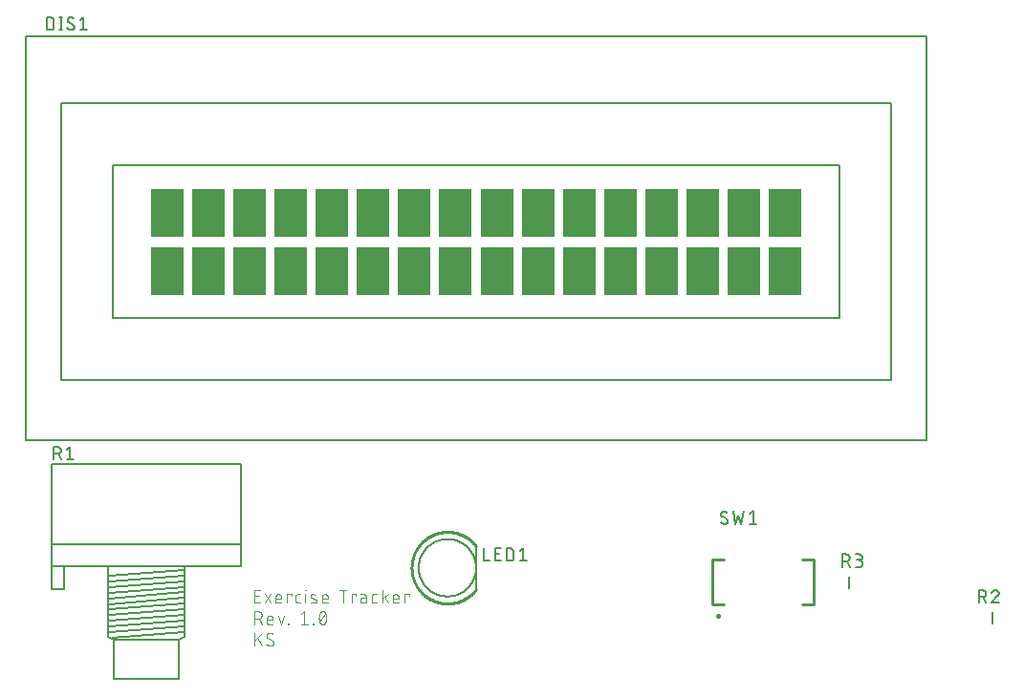
<source format=gbr>
G04 EAGLE Gerber RS-274X export*
G75*
%MOMM*%
%FSLAX34Y34*%
%LPD*%
%INSilkscreen Top*%
%IPPOS*%
%AMOC8*
5,1,8,0,0,1.08239X$1,22.5*%
G01*
%ADD10C,0.101600*%
%ADD11C,0.203200*%
%ADD12R,2.950000X4.350000*%
%ADD13C,0.152400*%
%ADD14C,0.254000*%
%ADD15C,0.127000*%


D10*
X291451Y83058D02*
X286258Y83058D01*
X286258Y94742D01*
X291451Y94742D01*
X290153Y89549D02*
X286258Y89549D01*
X295267Y83058D02*
X300459Y90847D01*
X295267Y90847D02*
X300459Y83058D01*
X306739Y83058D02*
X309984Y83058D01*
X306739Y83058D02*
X306652Y83060D01*
X306564Y83066D01*
X306478Y83076D01*
X306391Y83089D01*
X306306Y83107D01*
X306221Y83128D01*
X306137Y83153D01*
X306055Y83182D01*
X305974Y83215D01*
X305894Y83251D01*
X305816Y83290D01*
X305740Y83334D01*
X305666Y83380D01*
X305595Y83430D01*
X305525Y83483D01*
X305458Y83539D01*
X305394Y83598D01*
X305332Y83660D01*
X305273Y83724D01*
X305217Y83791D01*
X305164Y83861D01*
X305114Y83932D01*
X305068Y84006D01*
X305024Y84082D01*
X304985Y84160D01*
X304949Y84240D01*
X304916Y84321D01*
X304887Y84403D01*
X304862Y84487D01*
X304841Y84572D01*
X304823Y84657D01*
X304810Y84744D01*
X304800Y84830D01*
X304794Y84918D01*
X304792Y85005D01*
X304792Y88251D01*
X304794Y88352D01*
X304800Y88452D01*
X304810Y88552D01*
X304823Y88652D01*
X304841Y88751D01*
X304862Y88850D01*
X304887Y88947D01*
X304916Y89044D01*
X304949Y89139D01*
X304985Y89233D01*
X305025Y89325D01*
X305068Y89416D01*
X305115Y89505D01*
X305165Y89592D01*
X305219Y89678D01*
X305276Y89761D01*
X305336Y89841D01*
X305399Y89920D01*
X305466Y89996D01*
X305535Y90069D01*
X305607Y90139D01*
X305681Y90207D01*
X305758Y90272D01*
X305838Y90333D01*
X305920Y90392D01*
X306004Y90447D01*
X306090Y90499D01*
X306178Y90548D01*
X306268Y90593D01*
X306360Y90635D01*
X306453Y90673D01*
X306548Y90707D01*
X306643Y90738D01*
X306740Y90765D01*
X306838Y90788D01*
X306937Y90808D01*
X307037Y90823D01*
X307137Y90835D01*
X307237Y90843D01*
X307338Y90847D01*
X307438Y90847D01*
X307539Y90843D01*
X307639Y90835D01*
X307739Y90823D01*
X307839Y90808D01*
X307938Y90788D01*
X308036Y90765D01*
X308133Y90738D01*
X308228Y90707D01*
X308323Y90673D01*
X308416Y90635D01*
X308508Y90593D01*
X308598Y90548D01*
X308686Y90499D01*
X308772Y90447D01*
X308856Y90392D01*
X308938Y90333D01*
X309018Y90272D01*
X309095Y90207D01*
X309169Y90139D01*
X309241Y90069D01*
X309310Y89996D01*
X309377Y89920D01*
X309440Y89841D01*
X309500Y89761D01*
X309557Y89678D01*
X309611Y89592D01*
X309661Y89505D01*
X309708Y89416D01*
X309751Y89325D01*
X309791Y89233D01*
X309827Y89139D01*
X309860Y89044D01*
X309889Y88947D01*
X309914Y88850D01*
X309935Y88751D01*
X309953Y88652D01*
X309966Y88552D01*
X309976Y88452D01*
X309982Y88352D01*
X309984Y88251D01*
X309984Y86953D01*
X304792Y86953D01*
X315145Y83058D02*
X315145Y90847D01*
X319040Y90847D01*
X319040Y89549D01*
X324659Y83058D02*
X327256Y83058D01*
X324659Y83058D02*
X324572Y83060D01*
X324484Y83066D01*
X324398Y83076D01*
X324311Y83089D01*
X324226Y83107D01*
X324141Y83128D01*
X324057Y83153D01*
X323975Y83182D01*
X323894Y83215D01*
X323814Y83251D01*
X323736Y83290D01*
X323660Y83334D01*
X323586Y83380D01*
X323515Y83430D01*
X323445Y83483D01*
X323378Y83539D01*
X323314Y83598D01*
X323252Y83660D01*
X323193Y83724D01*
X323137Y83791D01*
X323084Y83861D01*
X323034Y83932D01*
X322988Y84006D01*
X322944Y84082D01*
X322905Y84160D01*
X322869Y84240D01*
X322836Y84321D01*
X322807Y84403D01*
X322782Y84487D01*
X322761Y84572D01*
X322743Y84657D01*
X322730Y84744D01*
X322720Y84830D01*
X322714Y84918D01*
X322712Y85005D01*
X322712Y88900D01*
X322714Y88987D01*
X322720Y89075D01*
X322730Y89161D01*
X322743Y89248D01*
X322761Y89333D01*
X322782Y89418D01*
X322807Y89502D01*
X322836Y89584D01*
X322869Y89665D01*
X322905Y89745D01*
X322944Y89823D01*
X322988Y89899D01*
X323034Y89973D01*
X323084Y90044D01*
X323137Y90114D01*
X323193Y90181D01*
X323252Y90245D01*
X323314Y90307D01*
X323378Y90366D01*
X323445Y90422D01*
X323515Y90475D01*
X323586Y90525D01*
X323660Y90571D01*
X323736Y90615D01*
X323814Y90654D01*
X323894Y90690D01*
X323975Y90723D01*
X324057Y90752D01*
X324141Y90777D01*
X324226Y90798D01*
X324311Y90816D01*
X324398Y90829D01*
X324484Y90839D01*
X324572Y90845D01*
X324659Y90847D01*
X327256Y90847D01*
X331391Y90847D02*
X331391Y83058D01*
X331066Y94093D02*
X331066Y94742D01*
X331715Y94742D01*
X331715Y94093D01*
X331066Y94093D01*
X337007Y87602D02*
X340253Y86304D01*
X337007Y87601D02*
X336932Y87634D01*
X336858Y87670D01*
X336786Y87709D01*
X336716Y87752D01*
X336649Y87798D01*
X336583Y87848D01*
X336521Y87900D01*
X336460Y87956D01*
X336403Y88014D01*
X336348Y88075D01*
X336297Y88139D01*
X336249Y88205D01*
X336204Y88274D01*
X336162Y88344D01*
X336124Y88417D01*
X336089Y88491D01*
X336058Y88567D01*
X336031Y88644D01*
X336008Y88723D01*
X335988Y88802D01*
X335973Y88883D01*
X335961Y88964D01*
X335953Y89046D01*
X335949Y89127D01*
X335950Y89209D01*
X335954Y89291D01*
X335962Y89373D01*
X335974Y89454D01*
X335990Y89534D01*
X336010Y89614D01*
X336034Y89692D01*
X336062Y89769D01*
X336093Y89845D01*
X336128Y89919D01*
X336166Y89991D01*
X336208Y90062D01*
X336254Y90130D01*
X336302Y90196D01*
X336354Y90259D01*
X336409Y90320D01*
X336467Y90378D01*
X336527Y90434D01*
X336590Y90486D01*
X336656Y90535D01*
X336724Y90581D01*
X336794Y90623D01*
X336866Y90663D01*
X336940Y90698D01*
X337015Y90730D01*
X337092Y90758D01*
X337170Y90782D01*
X337250Y90803D01*
X337330Y90820D01*
X337411Y90832D01*
X337492Y90841D01*
X337574Y90846D01*
X337656Y90847D01*
X337833Y90843D01*
X338010Y90834D01*
X338187Y90820D01*
X338364Y90803D01*
X338539Y90781D01*
X338715Y90756D01*
X338889Y90725D01*
X339063Y90691D01*
X339236Y90653D01*
X339408Y90610D01*
X339579Y90563D01*
X339749Y90513D01*
X339918Y90458D01*
X340085Y90399D01*
X340250Y90336D01*
X340415Y90269D01*
X340577Y90198D01*
X340253Y86304D02*
X340328Y86271D01*
X340402Y86235D01*
X340474Y86196D01*
X340544Y86153D01*
X340611Y86107D01*
X340677Y86057D01*
X340739Y86005D01*
X340800Y85949D01*
X340857Y85891D01*
X340912Y85830D01*
X340963Y85766D01*
X341011Y85700D01*
X341056Y85631D01*
X341098Y85561D01*
X341136Y85488D01*
X341171Y85414D01*
X341202Y85338D01*
X341229Y85261D01*
X341252Y85182D01*
X341272Y85103D01*
X341287Y85022D01*
X341299Y84941D01*
X341307Y84859D01*
X341311Y84778D01*
X341310Y84696D01*
X341306Y84614D01*
X341298Y84532D01*
X341286Y84451D01*
X341270Y84371D01*
X341250Y84291D01*
X341226Y84213D01*
X341198Y84136D01*
X341167Y84060D01*
X341132Y83986D01*
X341094Y83914D01*
X341052Y83843D01*
X341006Y83775D01*
X340958Y83709D01*
X340906Y83646D01*
X340851Y83585D01*
X340793Y83527D01*
X340733Y83471D01*
X340670Y83419D01*
X340604Y83370D01*
X340536Y83324D01*
X340466Y83282D01*
X340394Y83242D01*
X340320Y83207D01*
X340245Y83175D01*
X340168Y83147D01*
X340090Y83123D01*
X340010Y83102D01*
X339930Y83085D01*
X339849Y83073D01*
X339768Y83064D01*
X339686Y83059D01*
X339604Y83058D01*
X339344Y83065D01*
X339084Y83078D01*
X338824Y83097D01*
X338565Y83122D01*
X338306Y83154D01*
X338049Y83191D01*
X337792Y83235D01*
X337536Y83284D01*
X337282Y83340D01*
X337029Y83401D01*
X336778Y83469D01*
X336528Y83543D01*
X336280Y83622D01*
X336034Y83707D01*
X347887Y83058D02*
X351132Y83058D01*
X347887Y83058D02*
X347800Y83060D01*
X347712Y83066D01*
X347626Y83076D01*
X347539Y83089D01*
X347454Y83107D01*
X347369Y83128D01*
X347285Y83153D01*
X347203Y83182D01*
X347122Y83215D01*
X347042Y83251D01*
X346964Y83290D01*
X346888Y83334D01*
X346814Y83380D01*
X346743Y83430D01*
X346673Y83483D01*
X346606Y83539D01*
X346542Y83598D01*
X346480Y83660D01*
X346421Y83724D01*
X346365Y83791D01*
X346312Y83861D01*
X346262Y83932D01*
X346216Y84006D01*
X346172Y84082D01*
X346133Y84160D01*
X346097Y84240D01*
X346064Y84321D01*
X346035Y84403D01*
X346010Y84487D01*
X345989Y84572D01*
X345971Y84657D01*
X345958Y84744D01*
X345948Y84830D01*
X345942Y84918D01*
X345940Y85005D01*
X345939Y85005D02*
X345939Y88251D01*
X345940Y88251D02*
X345942Y88352D01*
X345948Y88452D01*
X345958Y88552D01*
X345971Y88652D01*
X345989Y88751D01*
X346010Y88850D01*
X346035Y88947D01*
X346064Y89044D01*
X346097Y89139D01*
X346133Y89233D01*
X346173Y89325D01*
X346216Y89416D01*
X346263Y89505D01*
X346313Y89592D01*
X346367Y89678D01*
X346424Y89761D01*
X346484Y89841D01*
X346547Y89920D01*
X346614Y89996D01*
X346683Y90069D01*
X346755Y90139D01*
X346829Y90207D01*
X346906Y90272D01*
X346986Y90333D01*
X347068Y90392D01*
X347152Y90447D01*
X347238Y90499D01*
X347326Y90548D01*
X347416Y90593D01*
X347508Y90635D01*
X347601Y90673D01*
X347696Y90707D01*
X347791Y90738D01*
X347888Y90765D01*
X347986Y90788D01*
X348085Y90808D01*
X348185Y90823D01*
X348285Y90835D01*
X348385Y90843D01*
X348486Y90847D01*
X348586Y90847D01*
X348687Y90843D01*
X348787Y90835D01*
X348887Y90823D01*
X348987Y90808D01*
X349086Y90788D01*
X349184Y90765D01*
X349281Y90738D01*
X349376Y90707D01*
X349471Y90673D01*
X349564Y90635D01*
X349656Y90593D01*
X349746Y90548D01*
X349834Y90499D01*
X349920Y90447D01*
X350004Y90392D01*
X350086Y90333D01*
X350166Y90272D01*
X350243Y90207D01*
X350317Y90139D01*
X350389Y90069D01*
X350458Y89996D01*
X350525Y89920D01*
X350588Y89841D01*
X350648Y89761D01*
X350705Y89678D01*
X350759Y89592D01*
X350809Y89505D01*
X350856Y89416D01*
X350899Y89325D01*
X350939Y89233D01*
X350975Y89139D01*
X351008Y89044D01*
X351037Y88947D01*
X351062Y88850D01*
X351083Y88751D01*
X351101Y88652D01*
X351114Y88552D01*
X351124Y88452D01*
X351130Y88352D01*
X351132Y88251D01*
X351132Y86953D01*
X345939Y86953D01*
X364538Y83058D02*
X364538Y94742D01*
X367783Y94742D02*
X361292Y94742D01*
X372295Y90847D02*
X372295Y83058D01*
X372295Y90847D02*
X376190Y90847D01*
X376190Y89549D01*
X382061Y87602D02*
X384982Y87602D01*
X382061Y87602D02*
X381967Y87600D01*
X381873Y87594D01*
X381780Y87585D01*
X381687Y87571D01*
X381595Y87554D01*
X381503Y87532D01*
X381413Y87508D01*
X381323Y87479D01*
X381235Y87447D01*
X381148Y87411D01*
X381063Y87371D01*
X380980Y87328D01*
X380898Y87282D01*
X380818Y87232D01*
X380741Y87179D01*
X380666Y87123D01*
X380593Y87064D01*
X380522Y87002D01*
X380454Y86937D01*
X380389Y86869D01*
X380327Y86798D01*
X380268Y86725D01*
X380212Y86650D01*
X380159Y86573D01*
X380109Y86493D01*
X380063Y86411D01*
X380020Y86328D01*
X379980Y86243D01*
X379944Y86156D01*
X379912Y86068D01*
X379883Y85978D01*
X379859Y85888D01*
X379837Y85796D01*
X379820Y85704D01*
X379806Y85611D01*
X379797Y85518D01*
X379791Y85424D01*
X379789Y85330D01*
X379791Y85236D01*
X379797Y85142D01*
X379806Y85049D01*
X379820Y84956D01*
X379837Y84864D01*
X379859Y84772D01*
X379883Y84682D01*
X379912Y84592D01*
X379944Y84504D01*
X379980Y84417D01*
X380020Y84332D01*
X380063Y84249D01*
X380109Y84167D01*
X380159Y84087D01*
X380212Y84010D01*
X380268Y83935D01*
X380327Y83862D01*
X380389Y83791D01*
X380454Y83723D01*
X380522Y83658D01*
X380593Y83596D01*
X380666Y83537D01*
X380741Y83481D01*
X380818Y83428D01*
X380898Y83378D01*
X380980Y83332D01*
X381063Y83289D01*
X381148Y83249D01*
X381235Y83213D01*
X381323Y83181D01*
X381413Y83152D01*
X381503Y83128D01*
X381595Y83106D01*
X381687Y83089D01*
X381780Y83075D01*
X381873Y83066D01*
X381967Y83060D01*
X382061Y83058D01*
X384982Y83058D01*
X384982Y88900D01*
X384980Y88987D01*
X384974Y89075D01*
X384964Y89161D01*
X384951Y89248D01*
X384933Y89333D01*
X384912Y89418D01*
X384887Y89502D01*
X384858Y89584D01*
X384825Y89665D01*
X384789Y89745D01*
X384750Y89823D01*
X384706Y89899D01*
X384660Y89973D01*
X384610Y90044D01*
X384557Y90114D01*
X384501Y90181D01*
X384442Y90245D01*
X384380Y90307D01*
X384316Y90366D01*
X384249Y90422D01*
X384179Y90475D01*
X384108Y90525D01*
X384034Y90571D01*
X383958Y90615D01*
X383880Y90654D01*
X383800Y90690D01*
X383719Y90723D01*
X383637Y90752D01*
X383553Y90777D01*
X383468Y90798D01*
X383383Y90816D01*
X383296Y90829D01*
X383210Y90839D01*
X383122Y90845D01*
X383035Y90847D01*
X380439Y90847D01*
X392096Y83058D02*
X394692Y83058D01*
X392096Y83058D02*
X392009Y83060D01*
X391921Y83066D01*
X391835Y83076D01*
X391748Y83089D01*
X391663Y83107D01*
X391578Y83128D01*
X391494Y83153D01*
X391412Y83182D01*
X391331Y83215D01*
X391251Y83251D01*
X391173Y83290D01*
X391097Y83334D01*
X391023Y83380D01*
X390952Y83430D01*
X390882Y83483D01*
X390815Y83539D01*
X390751Y83598D01*
X390689Y83660D01*
X390630Y83724D01*
X390574Y83791D01*
X390521Y83861D01*
X390471Y83932D01*
X390425Y84006D01*
X390381Y84082D01*
X390342Y84160D01*
X390306Y84240D01*
X390273Y84321D01*
X390244Y84403D01*
X390219Y84487D01*
X390198Y84572D01*
X390180Y84657D01*
X390167Y84744D01*
X390157Y84830D01*
X390151Y84918D01*
X390149Y85005D01*
X390149Y88900D01*
X390151Y88987D01*
X390157Y89075D01*
X390167Y89161D01*
X390180Y89248D01*
X390198Y89333D01*
X390219Y89418D01*
X390244Y89502D01*
X390273Y89584D01*
X390306Y89665D01*
X390342Y89745D01*
X390381Y89823D01*
X390425Y89899D01*
X390471Y89973D01*
X390521Y90044D01*
X390574Y90114D01*
X390630Y90181D01*
X390689Y90245D01*
X390751Y90307D01*
X390815Y90366D01*
X390882Y90422D01*
X390952Y90475D01*
X391023Y90525D01*
X391097Y90571D01*
X391173Y90615D01*
X391251Y90654D01*
X391331Y90690D01*
X391412Y90723D01*
X391494Y90752D01*
X391578Y90777D01*
X391663Y90798D01*
X391748Y90816D01*
X391835Y90829D01*
X391921Y90839D01*
X392009Y90845D01*
X392096Y90847D01*
X394692Y90847D01*
X399415Y94742D02*
X399415Y83058D01*
X399415Y86953D02*
X404608Y90847D01*
X401687Y88575D02*
X404608Y83058D01*
X410752Y83058D02*
X413997Y83058D01*
X410752Y83058D02*
X410665Y83060D01*
X410577Y83066D01*
X410491Y83076D01*
X410404Y83089D01*
X410319Y83107D01*
X410234Y83128D01*
X410150Y83153D01*
X410068Y83182D01*
X409987Y83215D01*
X409907Y83251D01*
X409829Y83290D01*
X409753Y83334D01*
X409679Y83380D01*
X409608Y83430D01*
X409538Y83483D01*
X409471Y83539D01*
X409407Y83598D01*
X409345Y83660D01*
X409286Y83724D01*
X409230Y83791D01*
X409177Y83861D01*
X409127Y83932D01*
X409081Y84006D01*
X409037Y84082D01*
X408998Y84160D01*
X408962Y84240D01*
X408929Y84321D01*
X408900Y84403D01*
X408875Y84487D01*
X408854Y84572D01*
X408836Y84657D01*
X408823Y84744D01*
X408813Y84830D01*
X408807Y84918D01*
X408805Y85005D01*
X408804Y85005D02*
X408804Y88251D01*
X408805Y88251D02*
X408807Y88352D01*
X408813Y88452D01*
X408823Y88552D01*
X408836Y88652D01*
X408854Y88751D01*
X408875Y88850D01*
X408900Y88947D01*
X408929Y89044D01*
X408962Y89139D01*
X408998Y89233D01*
X409038Y89325D01*
X409081Y89416D01*
X409128Y89505D01*
X409178Y89592D01*
X409232Y89678D01*
X409289Y89761D01*
X409349Y89841D01*
X409412Y89920D01*
X409479Y89996D01*
X409548Y90069D01*
X409620Y90139D01*
X409694Y90207D01*
X409771Y90272D01*
X409851Y90333D01*
X409933Y90392D01*
X410017Y90447D01*
X410103Y90499D01*
X410191Y90548D01*
X410281Y90593D01*
X410373Y90635D01*
X410466Y90673D01*
X410561Y90707D01*
X410656Y90738D01*
X410753Y90765D01*
X410851Y90788D01*
X410950Y90808D01*
X411050Y90823D01*
X411150Y90835D01*
X411250Y90843D01*
X411351Y90847D01*
X411451Y90847D01*
X411552Y90843D01*
X411652Y90835D01*
X411752Y90823D01*
X411852Y90808D01*
X411951Y90788D01*
X412049Y90765D01*
X412146Y90738D01*
X412241Y90707D01*
X412336Y90673D01*
X412429Y90635D01*
X412521Y90593D01*
X412611Y90548D01*
X412699Y90499D01*
X412785Y90447D01*
X412869Y90392D01*
X412951Y90333D01*
X413031Y90272D01*
X413108Y90207D01*
X413182Y90139D01*
X413254Y90069D01*
X413323Y89996D01*
X413390Y89920D01*
X413453Y89841D01*
X413513Y89761D01*
X413570Y89678D01*
X413624Y89592D01*
X413674Y89505D01*
X413721Y89416D01*
X413764Y89325D01*
X413804Y89233D01*
X413840Y89139D01*
X413873Y89044D01*
X413902Y88947D01*
X413927Y88850D01*
X413948Y88751D01*
X413966Y88652D01*
X413979Y88552D01*
X413989Y88452D01*
X413995Y88352D01*
X413997Y88251D01*
X413997Y86953D01*
X408804Y86953D01*
X419158Y83058D02*
X419158Y90847D01*
X423052Y90847D01*
X423052Y89549D01*
X286258Y75692D02*
X286258Y64008D01*
X286258Y75692D02*
X289504Y75692D01*
X289617Y75690D01*
X289730Y75684D01*
X289843Y75674D01*
X289956Y75660D01*
X290068Y75643D01*
X290179Y75621D01*
X290289Y75596D01*
X290399Y75566D01*
X290507Y75533D01*
X290614Y75496D01*
X290720Y75456D01*
X290824Y75411D01*
X290927Y75363D01*
X291028Y75312D01*
X291127Y75257D01*
X291224Y75199D01*
X291319Y75137D01*
X291412Y75072D01*
X291502Y75004D01*
X291590Y74933D01*
X291676Y74858D01*
X291759Y74781D01*
X291839Y74701D01*
X291916Y74618D01*
X291991Y74532D01*
X292062Y74444D01*
X292130Y74354D01*
X292195Y74261D01*
X292257Y74166D01*
X292315Y74069D01*
X292370Y73970D01*
X292421Y73869D01*
X292469Y73766D01*
X292514Y73662D01*
X292554Y73556D01*
X292591Y73449D01*
X292624Y73341D01*
X292654Y73231D01*
X292679Y73121D01*
X292701Y73010D01*
X292718Y72898D01*
X292732Y72785D01*
X292742Y72672D01*
X292748Y72559D01*
X292750Y72446D01*
X292748Y72333D01*
X292742Y72220D01*
X292732Y72107D01*
X292718Y71994D01*
X292701Y71882D01*
X292679Y71771D01*
X292654Y71661D01*
X292624Y71551D01*
X292591Y71443D01*
X292554Y71336D01*
X292514Y71230D01*
X292469Y71126D01*
X292421Y71023D01*
X292370Y70922D01*
X292315Y70823D01*
X292257Y70726D01*
X292195Y70631D01*
X292130Y70538D01*
X292062Y70448D01*
X291991Y70360D01*
X291916Y70274D01*
X291839Y70191D01*
X291759Y70111D01*
X291676Y70034D01*
X291590Y69959D01*
X291502Y69888D01*
X291412Y69820D01*
X291319Y69755D01*
X291224Y69693D01*
X291127Y69635D01*
X291028Y69580D01*
X290927Y69529D01*
X290824Y69481D01*
X290720Y69436D01*
X290614Y69396D01*
X290507Y69359D01*
X290399Y69326D01*
X290289Y69296D01*
X290179Y69271D01*
X290068Y69249D01*
X289956Y69232D01*
X289843Y69218D01*
X289730Y69208D01*
X289617Y69202D01*
X289504Y69200D01*
X289504Y69201D02*
X286258Y69201D01*
X290153Y69201D02*
X292749Y64008D01*
X299449Y64008D02*
X302694Y64008D01*
X299449Y64008D02*
X299362Y64010D01*
X299274Y64016D01*
X299188Y64026D01*
X299101Y64039D01*
X299016Y64057D01*
X298931Y64078D01*
X298847Y64103D01*
X298765Y64132D01*
X298684Y64165D01*
X298604Y64201D01*
X298526Y64240D01*
X298450Y64284D01*
X298376Y64330D01*
X298305Y64380D01*
X298235Y64433D01*
X298168Y64489D01*
X298104Y64548D01*
X298042Y64610D01*
X297983Y64674D01*
X297927Y64741D01*
X297874Y64811D01*
X297824Y64882D01*
X297778Y64956D01*
X297734Y65032D01*
X297695Y65110D01*
X297659Y65190D01*
X297626Y65271D01*
X297597Y65353D01*
X297572Y65437D01*
X297551Y65522D01*
X297533Y65607D01*
X297520Y65694D01*
X297510Y65780D01*
X297504Y65868D01*
X297502Y65955D01*
X297501Y65955D02*
X297501Y69201D01*
X297502Y69201D02*
X297504Y69302D01*
X297510Y69402D01*
X297520Y69502D01*
X297533Y69602D01*
X297551Y69701D01*
X297572Y69800D01*
X297597Y69897D01*
X297626Y69994D01*
X297659Y70089D01*
X297695Y70183D01*
X297735Y70275D01*
X297778Y70366D01*
X297825Y70455D01*
X297875Y70542D01*
X297929Y70628D01*
X297986Y70711D01*
X298046Y70791D01*
X298109Y70870D01*
X298176Y70946D01*
X298245Y71019D01*
X298317Y71089D01*
X298391Y71157D01*
X298468Y71222D01*
X298548Y71283D01*
X298630Y71342D01*
X298714Y71397D01*
X298800Y71449D01*
X298888Y71498D01*
X298978Y71543D01*
X299070Y71585D01*
X299163Y71623D01*
X299258Y71657D01*
X299353Y71688D01*
X299450Y71715D01*
X299548Y71738D01*
X299647Y71758D01*
X299747Y71773D01*
X299847Y71785D01*
X299947Y71793D01*
X300048Y71797D01*
X300148Y71797D01*
X300249Y71793D01*
X300349Y71785D01*
X300449Y71773D01*
X300549Y71758D01*
X300648Y71738D01*
X300746Y71715D01*
X300843Y71688D01*
X300938Y71657D01*
X301033Y71623D01*
X301126Y71585D01*
X301218Y71543D01*
X301308Y71498D01*
X301396Y71449D01*
X301482Y71397D01*
X301566Y71342D01*
X301648Y71283D01*
X301728Y71222D01*
X301805Y71157D01*
X301879Y71089D01*
X301951Y71019D01*
X302020Y70946D01*
X302087Y70870D01*
X302150Y70791D01*
X302210Y70711D01*
X302267Y70628D01*
X302321Y70542D01*
X302371Y70455D01*
X302418Y70366D01*
X302461Y70275D01*
X302501Y70183D01*
X302537Y70089D01*
X302570Y69994D01*
X302599Y69897D01*
X302624Y69800D01*
X302645Y69701D01*
X302663Y69602D01*
X302676Y69502D01*
X302686Y69402D01*
X302692Y69302D01*
X302694Y69201D01*
X302694Y67903D01*
X297501Y67903D01*
X307026Y71797D02*
X309623Y64008D01*
X312219Y71797D01*
X316156Y64657D02*
X316156Y64008D01*
X316156Y64657D02*
X316805Y64657D01*
X316805Y64008D01*
X316156Y64008D01*
X327332Y73096D02*
X330578Y75692D01*
X330578Y64008D01*
X333823Y64008D02*
X327332Y64008D01*
X338254Y64008D02*
X338254Y64657D01*
X338903Y64657D01*
X338903Y64008D01*
X338254Y64008D01*
X343335Y69850D02*
X343338Y70080D01*
X343346Y70310D01*
X343360Y70539D01*
X343379Y70768D01*
X343404Y70997D01*
X343434Y71224D01*
X343469Y71452D01*
X343510Y71678D01*
X343556Y71903D01*
X343608Y72127D01*
X343665Y72349D01*
X343727Y72571D01*
X343795Y72790D01*
X343868Y73008D01*
X343946Y73225D01*
X344029Y73439D01*
X344117Y73651D01*
X344210Y73861D01*
X344309Y74069D01*
X344308Y74069D02*
X344341Y74159D01*
X344377Y74248D01*
X344417Y74336D01*
X344461Y74421D01*
X344508Y74505D01*
X344558Y74587D01*
X344612Y74667D01*
X344668Y74744D01*
X344728Y74820D01*
X344791Y74893D01*
X344856Y74963D01*
X344925Y75031D01*
X344996Y75095D01*
X345069Y75157D01*
X345145Y75216D01*
X345223Y75272D01*
X345304Y75325D01*
X345386Y75374D01*
X345470Y75420D01*
X345557Y75463D01*
X345644Y75502D01*
X345734Y75538D01*
X345824Y75570D01*
X345916Y75598D01*
X346009Y75623D01*
X346103Y75644D01*
X346197Y75661D01*
X346292Y75675D01*
X346388Y75684D01*
X346484Y75690D01*
X346580Y75692D01*
X346676Y75690D01*
X346772Y75684D01*
X346868Y75675D01*
X346963Y75661D01*
X347057Y75644D01*
X347151Y75623D01*
X347244Y75598D01*
X347336Y75570D01*
X347426Y75538D01*
X347516Y75502D01*
X347603Y75463D01*
X347690Y75420D01*
X347774Y75374D01*
X347856Y75325D01*
X347937Y75272D01*
X348015Y75216D01*
X348091Y75157D01*
X348164Y75095D01*
X348235Y75031D01*
X348304Y74963D01*
X348369Y74893D01*
X348432Y74820D01*
X348492Y74744D01*
X348548Y74667D01*
X348602Y74587D01*
X348652Y74505D01*
X348699Y74421D01*
X348743Y74336D01*
X348783Y74248D01*
X348819Y74159D01*
X348852Y74069D01*
X348951Y73862D01*
X349044Y73652D01*
X349132Y73439D01*
X349215Y73225D01*
X349293Y73009D01*
X349366Y72791D01*
X349434Y72571D01*
X349496Y72350D01*
X349553Y72127D01*
X349605Y71903D01*
X349651Y71678D01*
X349692Y71452D01*
X349727Y71225D01*
X349757Y70997D01*
X349782Y70768D01*
X349801Y70539D01*
X349815Y70310D01*
X349823Y70080D01*
X349826Y69850D01*
X343334Y69850D02*
X343337Y69620D01*
X343345Y69390D01*
X343359Y69161D01*
X343378Y68932D01*
X343403Y68703D01*
X343433Y68475D01*
X343468Y68248D01*
X343509Y68022D01*
X343555Y67797D01*
X343607Y67573D01*
X343664Y67350D01*
X343726Y67129D01*
X343794Y66909D01*
X343867Y66691D01*
X343945Y66475D01*
X344028Y66261D01*
X344116Y66049D01*
X344209Y65838D01*
X344308Y65631D01*
X344341Y65541D01*
X344377Y65452D01*
X344418Y65364D01*
X344461Y65279D01*
X344508Y65195D01*
X344558Y65113D01*
X344612Y65033D01*
X344668Y64956D01*
X344728Y64880D01*
X344791Y64807D01*
X344856Y64737D01*
X344925Y64669D01*
X344996Y64605D01*
X345069Y64543D01*
X345145Y64484D01*
X345223Y64428D01*
X345304Y64375D01*
X345386Y64326D01*
X345470Y64280D01*
X345557Y64237D01*
X345644Y64198D01*
X345734Y64162D01*
X345824Y64130D01*
X345916Y64102D01*
X346009Y64077D01*
X346103Y64056D01*
X346197Y64039D01*
X346292Y64025D01*
X346388Y64016D01*
X346484Y64010D01*
X346580Y64008D01*
X348852Y65631D02*
X348951Y65838D01*
X349044Y66049D01*
X349132Y66261D01*
X349215Y66475D01*
X349293Y66691D01*
X349366Y66909D01*
X349434Y67129D01*
X349496Y67350D01*
X349553Y67573D01*
X349605Y67797D01*
X349651Y68022D01*
X349692Y68248D01*
X349727Y68475D01*
X349757Y68703D01*
X349782Y68932D01*
X349801Y69161D01*
X349815Y69390D01*
X349823Y69620D01*
X349826Y69850D01*
X348852Y65631D02*
X348819Y65541D01*
X348783Y65452D01*
X348743Y65364D01*
X348699Y65279D01*
X348652Y65195D01*
X348602Y65113D01*
X348548Y65033D01*
X348492Y64956D01*
X348432Y64880D01*
X348369Y64807D01*
X348304Y64737D01*
X348235Y64669D01*
X348164Y64605D01*
X348091Y64543D01*
X348015Y64484D01*
X347937Y64428D01*
X347856Y64375D01*
X347774Y64326D01*
X347690Y64280D01*
X347603Y64237D01*
X347516Y64198D01*
X347426Y64162D01*
X347336Y64130D01*
X347244Y64102D01*
X347151Y64077D01*
X347057Y64056D01*
X346963Y64039D01*
X346868Y64025D01*
X346772Y64016D01*
X346676Y64010D01*
X346580Y64008D01*
X343983Y66604D02*
X349176Y73096D01*
X286258Y56642D02*
X286258Y44958D01*
X286258Y49502D02*
X292749Y56642D01*
X288854Y52098D02*
X292749Y44958D01*
X300651Y44958D02*
X300750Y44960D01*
X300850Y44966D01*
X300949Y44975D01*
X301047Y44988D01*
X301145Y45005D01*
X301243Y45026D01*
X301339Y45051D01*
X301434Y45079D01*
X301528Y45111D01*
X301621Y45146D01*
X301713Y45185D01*
X301803Y45228D01*
X301891Y45273D01*
X301978Y45323D01*
X302062Y45375D01*
X302145Y45431D01*
X302225Y45489D01*
X302303Y45551D01*
X302378Y45616D01*
X302451Y45684D01*
X302521Y45754D01*
X302589Y45827D01*
X302654Y45902D01*
X302716Y45980D01*
X302774Y46060D01*
X302830Y46143D01*
X302882Y46227D01*
X302932Y46314D01*
X302977Y46402D01*
X303020Y46492D01*
X303059Y46584D01*
X303094Y46677D01*
X303126Y46771D01*
X303154Y46866D01*
X303179Y46962D01*
X303200Y47060D01*
X303217Y47158D01*
X303230Y47256D01*
X303239Y47355D01*
X303245Y47455D01*
X303247Y47554D01*
X300651Y44958D02*
X300507Y44960D01*
X300362Y44966D01*
X300218Y44975D01*
X300075Y44988D01*
X299931Y45005D01*
X299788Y45026D01*
X299646Y45051D01*
X299505Y45079D01*
X299364Y45111D01*
X299224Y45147D01*
X299085Y45186D01*
X298947Y45229D01*
X298811Y45276D01*
X298675Y45326D01*
X298541Y45380D01*
X298409Y45437D01*
X298278Y45498D01*
X298149Y45562D01*
X298021Y45630D01*
X297895Y45700D01*
X297771Y45775D01*
X297650Y45852D01*
X297530Y45933D01*
X297412Y46016D01*
X297297Y46103D01*
X297184Y46193D01*
X297073Y46286D01*
X296965Y46381D01*
X296859Y46480D01*
X296756Y46581D01*
X297082Y54046D02*
X297084Y54145D01*
X297090Y54245D01*
X297099Y54344D01*
X297112Y54442D01*
X297129Y54540D01*
X297150Y54638D01*
X297175Y54734D01*
X297203Y54829D01*
X297235Y54923D01*
X297270Y55016D01*
X297309Y55108D01*
X297352Y55198D01*
X297397Y55286D01*
X297447Y55373D01*
X297499Y55457D01*
X297555Y55540D01*
X297613Y55620D01*
X297675Y55698D01*
X297740Y55773D01*
X297808Y55846D01*
X297878Y55916D01*
X297951Y55984D01*
X298026Y56049D01*
X298104Y56111D01*
X298184Y56169D01*
X298267Y56225D01*
X298351Y56277D01*
X298438Y56327D01*
X298526Y56372D01*
X298616Y56415D01*
X298708Y56454D01*
X298801Y56489D01*
X298895Y56521D01*
X298990Y56549D01*
X299087Y56574D01*
X299184Y56595D01*
X299282Y56612D01*
X299380Y56625D01*
X299479Y56634D01*
X299579Y56640D01*
X299678Y56642D01*
X299814Y56640D01*
X299950Y56634D01*
X300086Y56625D01*
X300222Y56612D01*
X300357Y56594D01*
X300491Y56574D01*
X300625Y56549D01*
X300759Y56521D01*
X300891Y56488D01*
X301022Y56453D01*
X301153Y56413D01*
X301282Y56370D01*
X301410Y56324D01*
X301536Y56273D01*
X301662Y56220D01*
X301785Y56162D01*
X301907Y56102D01*
X302027Y56038D01*
X302146Y55970D01*
X302262Y55900D01*
X302376Y55826D01*
X302489Y55749D01*
X302599Y55668D01*
X298379Y51774D02*
X298293Y51827D01*
X298209Y51884D01*
X298127Y51943D01*
X298047Y52006D01*
X297970Y52072D01*
X297895Y52140D01*
X297823Y52212D01*
X297754Y52286D01*
X297688Y52363D01*
X297625Y52442D01*
X297565Y52524D01*
X297508Y52608D01*
X297454Y52694D01*
X297404Y52782D01*
X297357Y52872D01*
X297313Y52963D01*
X297274Y53057D01*
X297237Y53151D01*
X297205Y53247D01*
X297176Y53345D01*
X297151Y53443D01*
X297130Y53542D01*
X297112Y53642D01*
X297099Y53742D01*
X297089Y53843D01*
X297083Y53945D01*
X297081Y54046D01*
X301950Y49826D02*
X302036Y49773D01*
X302120Y49716D01*
X302202Y49657D01*
X302282Y49594D01*
X302359Y49528D01*
X302434Y49460D01*
X302506Y49388D01*
X302575Y49314D01*
X302641Y49237D01*
X302704Y49158D01*
X302764Y49076D01*
X302821Y48992D01*
X302875Y48906D01*
X302925Y48818D01*
X302972Y48728D01*
X303016Y48637D01*
X303055Y48543D01*
X303092Y48449D01*
X303124Y48353D01*
X303153Y48255D01*
X303178Y48157D01*
X303199Y48058D01*
X303217Y47958D01*
X303230Y47858D01*
X303240Y47757D01*
X303246Y47655D01*
X303248Y47554D01*
X301950Y49826D02*
X298379Y51774D01*
D11*
X83600Y585400D02*
X881600Y585400D01*
X881600Y227400D01*
X83600Y227400D01*
X83600Y585400D01*
X115100Y526400D02*
X850100Y526400D01*
X850100Y280400D01*
X115100Y280400D01*
X115100Y526400D01*
X161100Y471400D02*
X804100Y471400D01*
X804100Y335400D01*
X161100Y335400D01*
X161100Y471400D01*
D12*
X208850Y429150D03*
X208850Y377650D03*
X245350Y429150D03*
X245350Y377650D03*
X281850Y429150D03*
X281850Y377650D03*
X318350Y429150D03*
X318350Y377650D03*
X354850Y429150D03*
X354850Y377650D03*
X391350Y429150D03*
X391350Y377650D03*
X427850Y429150D03*
X427850Y377650D03*
X464350Y429150D03*
X464350Y377650D03*
X500850Y429150D03*
X500850Y377650D03*
X537350Y429150D03*
X537350Y377650D03*
X573850Y429150D03*
X573850Y377650D03*
X610350Y429150D03*
X610350Y377650D03*
X646850Y429150D03*
X646850Y377650D03*
X683350Y429150D03*
X683350Y377650D03*
X719850Y429150D03*
X719850Y377650D03*
X756350Y429150D03*
X756350Y377650D03*
D13*
X102362Y591312D02*
X102362Y602488D01*
X105466Y602488D01*
X105577Y602486D01*
X105687Y602480D01*
X105798Y602470D01*
X105908Y602456D01*
X106017Y602439D01*
X106126Y602417D01*
X106234Y602392D01*
X106340Y602362D01*
X106446Y602329D01*
X106551Y602292D01*
X106654Y602252D01*
X106755Y602207D01*
X106855Y602160D01*
X106954Y602108D01*
X107050Y602053D01*
X107144Y601995D01*
X107236Y601934D01*
X107326Y601869D01*
X107414Y601801D01*
X107499Y601730D01*
X107581Y601656D01*
X107661Y601579D01*
X107738Y601499D01*
X107812Y601417D01*
X107883Y601332D01*
X107951Y601244D01*
X108016Y601154D01*
X108077Y601062D01*
X108135Y600968D01*
X108190Y600872D01*
X108242Y600773D01*
X108289Y600673D01*
X108334Y600572D01*
X108374Y600469D01*
X108411Y600364D01*
X108444Y600258D01*
X108474Y600152D01*
X108499Y600044D01*
X108521Y599935D01*
X108538Y599826D01*
X108552Y599716D01*
X108562Y599605D01*
X108568Y599495D01*
X108570Y599384D01*
X108571Y599384D02*
X108571Y594416D01*
X108570Y594416D02*
X108568Y594305D01*
X108562Y594195D01*
X108552Y594084D01*
X108538Y593974D01*
X108521Y593865D01*
X108499Y593756D01*
X108474Y593648D01*
X108444Y593542D01*
X108411Y593436D01*
X108374Y593331D01*
X108334Y593228D01*
X108289Y593127D01*
X108242Y593027D01*
X108190Y592928D01*
X108135Y592832D01*
X108077Y592738D01*
X108016Y592646D01*
X107951Y592556D01*
X107883Y592468D01*
X107812Y592383D01*
X107738Y592301D01*
X107661Y592221D01*
X107581Y592144D01*
X107499Y592070D01*
X107414Y591999D01*
X107326Y591931D01*
X107236Y591866D01*
X107144Y591805D01*
X107050Y591747D01*
X106954Y591692D01*
X106855Y591640D01*
X106755Y591593D01*
X106654Y591548D01*
X106551Y591508D01*
X106446Y591471D01*
X106340Y591438D01*
X106234Y591408D01*
X106126Y591383D01*
X106017Y591361D01*
X105908Y591344D01*
X105798Y591330D01*
X105687Y591320D01*
X105577Y591314D01*
X105466Y591312D01*
X102362Y591312D01*
X114991Y591312D02*
X114991Y602488D01*
X113750Y591312D02*
X116233Y591312D01*
X116233Y602488D02*
X113750Y602488D01*
X124375Y591312D02*
X124472Y591314D01*
X124570Y591320D01*
X124667Y591329D01*
X124764Y591343D01*
X124860Y591360D01*
X124955Y591381D01*
X125049Y591405D01*
X125143Y591434D01*
X125235Y591466D01*
X125326Y591501D01*
X125415Y591540D01*
X125503Y591583D01*
X125589Y591629D01*
X125673Y591678D01*
X125755Y591731D01*
X125835Y591786D01*
X125913Y591845D01*
X125988Y591907D01*
X126061Y591972D01*
X126131Y592040D01*
X126199Y592110D01*
X126264Y592183D01*
X126326Y592258D01*
X126385Y592336D01*
X126440Y592416D01*
X126493Y592498D01*
X126542Y592582D01*
X126588Y592668D01*
X126631Y592756D01*
X126670Y592845D01*
X126705Y592936D01*
X126737Y593028D01*
X126766Y593122D01*
X126790Y593216D01*
X126811Y593311D01*
X126828Y593407D01*
X126842Y593504D01*
X126851Y593601D01*
X126857Y593698D01*
X126859Y593796D01*
X124375Y591312D02*
X124232Y591314D01*
X124089Y591320D01*
X123947Y591329D01*
X123805Y591343D01*
X123663Y591361D01*
X123522Y591382D01*
X123381Y591407D01*
X123241Y591436D01*
X123102Y591469D01*
X122964Y591505D01*
X122827Y591546D01*
X122691Y591590D01*
X122556Y591637D01*
X122423Y591689D01*
X122291Y591744D01*
X122161Y591802D01*
X122032Y591864D01*
X121905Y591930D01*
X121780Y591999D01*
X121657Y592071D01*
X121536Y592147D01*
X121417Y592225D01*
X121300Y592308D01*
X121185Y592393D01*
X121073Y592481D01*
X120963Y592573D01*
X120856Y592667D01*
X120751Y592764D01*
X120649Y592864D01*
X120960Y600004D02*
X120962Y600102D01*
X120968Y600199D01*
X120977Y600296D01*
X120991Y600393D01*
X121008Y600489D01*
X121029Y600584D01*
X121053Y600678D01*
X121082Y600772D01*
X121114Y600864D01*
X121149Y600955D01*
X121188Y601044D01*
X121231Y601132D01*
X121277Y601218D01*
X121326Y601302D01*
X121379Y601384D01*
X121434Y601464D01*
X121493Y601542D01*
X121555Y601617D01*
X121620Y601690D01*
X121688Y601760D01*
X121758Y601828D01*
X121831Y601893D01*
X121906Y601955D01*
X121984Y602014D01*
X122064Y602069D01*
X122146Y602122D01*
X122230Y602171D01*
X122316Y602217D01*
X122404Y602260D01*
X122493Y602299D01*
X122584Y602334D01*
X122676Y602366D01*
X122770Y602395D01*
X122864Y602419D01*
X122959Y602440D01*
X123055Y602457D01*
X123152Y602471D01*
X123249Y602480D01*
X123346Y602486D01*
X123444Y602488D01*
X123574Y602486D01*
X123704Y602481D01*
X123834Y602472D01*
X123964Y602459D01*
X124093Y602443D01*
X124222Y602423D01*
X124350Y602399D01*
X124478Y602372D01*
X124604Y602341D01*
X124730Y602307D01*
X124855Y602269D01*
X124978Y602228D01*
X125101Y602183D01*
X125222Y602135D01*
X125342Y602084D01*
X125460Y602029D01*
X125576Y601971D01*
X125691Y601910D01*
X125805Y601845D01*
X125916Y601778D01*
X126025Y601707D01*
X126133Y601633D01*
X126238Y601557D01*
X122203Y597831D02*
X122120Y597882D01*
X122039Y597936D01*
X121961Y597993D01*
X121885Y598053D01*
X121811Y598116D01*
X121740Y598182D01*
X121671Y598250D01*
X121605Y598321D01*
X121541Y598394D01*
X121481Y598470D01*
X121424Y598548D01*
X121369Y598629D01*
X121318Y598711D01*
X121270Y598795D01*
X121225Y598881D01*
X121183Y598969D01*
X121145Y599058D01*
X121111Y599148D01*
X121079Y599240D01*
X121052Y599333D01*
X121028Y599427D01*
X121007Y599522D01*
X120991Y599618D01*
X120978Y599714D01*
X120968Y599810D01*
X120963Y599907D01*
X120961Y600004D01*
X125616Y595969D02*
X125699Y595918D01*
X125780Y595864D01*
X125858Y595807D01*
X125934Y595747D01*
X126008Y595684D01*
X126079Y595618D01*
X126148Y595550D01*
X126214Y595479D01*
X126278Y595406D01*
X126338Y595330D01*
X126395Y595252D01*
X126450Y595171D01*
X126501Y595089D01*
X126549Y595005D01*
X126594Y594919D01*
X126636Y594831D01*
X126674Y594742D01*
X126708Y594652D01*
X126740Y594560D01*
X126767Y594467D01*
X126791Y594373D01*
X126812Y594278D01*
X126828Y594182D01*
X126841Y594086D01*
X126851Y593990D01*
X126856Y593893D01*
X126858Y593796D01*
X125617Y595969D02*
X122202Y597831D01*
X131699Y600004D02*
X134803Y602488D01*
X134803Y591312D01*
X131699Y591312D02*
X137908Y591312D01*
D11*
X482600Y133350D02*
X482600Y95250D01*
D14*
X482126Y94634D01*
X481637Y94029D01*
X481133Y93437D01*
X480615Y92857D01*
X480083Y92290D01*
X479537Y91736D01*
X478978Y91196D01*
X478405Y90670D01*
X477820Y90157D01*
X477223Y89660D01*
X476614Y89177D01*
X475993Y88709D01*
X475360Y88256D01*
X474717Y87819D01*
X474063Y87398D01*
X473399Y86994D01*
X472726Y86605D01*
X472043Y86233D01*
X471351Y85878D01*
X470651Y85540D01*
X469943Y85219D01*
X469227Y84916D01*
X468503Y84630D01*
X467774Y84362D01*
X467037Y84112D01*
X466295Y83881D01*
X465547Y83667D01*
X464795Y83472D01*
X464037Y83295D01*
X463276Y83137D01*
X462511Y82997D01*
X461743Y82877D01*
X460972Y82775D01*
X460199Y82692D01*
X459424Y82628D01*
X458648Y82583D01*
X457871Y82557D01*
X457093Y82550D01*
X456316Y82562D01*
X455539Y82593D01*
X454763Y82644D01*
X453988Y82713D01*
X453216Y82801D01*
X452446Y82908D01*
X451678Y83034D01*
X450914Y83178D01*
X450154Y83342D01*
X449398Y83524D01*
X448647Y83724D01*
X447900Y83942D01*
X447160Y84179D01*
X446425Y84434D01*
X445697Y84707D01*
X444976Y84998D01*
X444262Y85306D01*
X443556Y85631D01*
X442858Y85974D01*
X442168Y86334D01*
X441488Y86710D01*
X440817Y87103D01*
X440156Y87513D01*
X439505Y87938D01*
X438865Y88379D01*
X438236Y88836D01*
X437618Y89308D01*
X437012Y89795D01*
X436418Y90297D01*
X435836Y90813D01*
X435267Y91343D01*
X434712Y91887D01*
X434169Y92445D01*
X433641Y93015D01*
X433127Y93598D01*
X432627Y94194D01*
X432142Y94802D01*
X431672Y95421D01*
X431218Y96052D01*
X430779Y96694D01*
X430355Y97346D01*
X429948Y98009D01*
X429557Y98681D01*
X429183Y99363D01*
X428826Y100053D01*
X428486Y100752D01*
X428162Y101460D01*
X427857Y102174D01*
X427568Y102897D01*
X427298Y103626D01*
X427046Y104361D01*
X426811Y105103D01*
X426595Y105850D01*
X426397Y106602D01*
X426218Y107358D01*
X426057Y108119D01*
X425915Y108883D01*
X425792Y109651D01*
X425688Y110422D01*
X425602Y111195D01*
X425536Y111969D01*
X425488Y112745D01*
X425460Y113522D01*
X425450Y114300D01*
X425460Y115078D01*
X425488Y115855D01*
X425536Y116631D01*
X425602Y117405D01*
X425688Y118178D01*
X425792Y118949D01*
X425915Y119717D01*
X426057Y120481D01*
X426218Y121242D01*
X426397Y121998D01*
X426595Y122750D01*
X426811Y123497D01*
X427046Y124239D01*
X427298Y124974D01*
X427568Y125703D01*
X427857Y126426D01*
X428162Y127140D01*
X428486Y127848D01*
X428826Y128547D01*
X429183Y129237D01*
X429557Y129919D01*
X429948Y130591D01*
X430355Y131254D01*
X430779Y131906D01*
X431218Y132548D01*
X431672Y133179D01*
X432142Y133798D01*
X432627Y134406D01*
X433127Y135002D01*
X433641Y135585D01*
X434169Y136155D01*
X434712Y136713D01*
X435267Y137257D01*
X435836Y137787D01*
X436418Y138303D01*
X437012Y138805D01*
X437618Y139292D01*
X438236Y139764D01*
X438865Y140221D01*
X439505Y140662D01*
X440156Y141087D01*
X440817Y141497D01*
X441488Y141890D01*
X442168Y142266D01*
X442858Y142626D01*
X443556Y142969D01*
X444262Y143294D01*
X444976Y143602D01*
X445697Y143893D01*
X446425Y144166D01*
X447160Y144421D01*
X447900Y144658D01*
X448647Y144876D01*
X449398Y145076D01*
X450154Y145258D01*
X450914Y145422D01*
X451678Y145566D01*
X452446Y145692D01*
X453216Y145799D01*
X453988Y145887D01*
X454763Y145956D01*
X455539Y146007D01*
X456316Y146038D01*
X457093Y146050D01*
X457871Y146043D01*
X458648Y146017D01*
X459424Y145972D01*
X460199Y145908D01*
X460972Y145825D01*
X461743Y145723D01*
X462511Y145603D01*
X463276Y145463D01*
X464037Y145305D01*
X464795Y145128D01*
X465547Y144933D01*
X466295Y144719D01*
X467037Y144488D01*
X467774Y144238D01*
X468503Y143970D01*
X469227Y143684D01*
X469943Y143381D01*
X470651Y143060D01*
X471351Y142722D01*
X472043Y142367D01*
X472726Y141995D01*
X473399Y141606D01*
X474063Y141202D01*
X474717Y140781D01*
X475360Y140344D01*
X475993Y139891D01*
X476614Y139423D01*
X477223Y138940D01*
X477820Y138443D01*
X478405Y137930D01*
X478978Y137404D01*
X479537Y136864D01*
X480083Y136310D01*
X480615Y135743D01*
X481133Y135163D01*
X481637Y134571D01*
X482126Y133966D01*
X482600Y133350D01*
D13*
X431800Y114300D02*
X431808Y114923D01*
X431831Y115546D01*
X431869Y116169D01*
X431922Y116790D01*
X431991Y117409D01*
X432075Y118027D01*
X432174Y118642D01*
X432288Y119255D01*
X432417Y119865D01*
X432561Y120472D01*
X432720Y121075D01*
X432894Y121673D01*
X433082Y122268D01*
X433285Y122857D01*
X433502Y123441D01*
X433733Y124020D01*
X433979Y124593D01*
X434239Y125160D01*
X434512Y125720D01*
X434799Y126273D01*
X435100Y126820D01*
X435414Y127358D01*
X435741Y127889D01*
X436081Y128411D01*
X436433Y128926D01*
X436799Y129431D01*
X437176Y129927D01*
X437566Y130414D01*
X437967Y130891D01*
X438380Y131358D01*
X438804Y131814D01*
X439239Y132261D01*
X439686Y132696D01*
X440142Y133120D01*
X440609Y133533D01*
X441086Y133934D01*
X441573Y134324D01*
X442069Y134701D01*
X442574Y135067D01*
X443089Y135419D01*
X443611Y135759D01*
X444142Y136086D01*
X444680Y136400D01*
X445227Y136701D01*
X445780Y136988D01*
X446340Y137261D01*
X446907Y137521D01*
X447480Y137767D01*
X448059Y137998D01*
X448643Y138215D01*
X449232Y138418D01*
X449827Y138606D01*
X450425Y138780D01*
X451028Y138939D01*
X451635Y139083D01*
X452245Y139212D01*
X452858Y139326D01*
X453473Y139425D01*
X454091Y139509D01*
X454710Y139578D01*
X455331Y139631D01*
X455954Y139669D01*
X456577Y139692D01*
X457200Y139700D01*
X457823Y139692D01*
X458446Y139669D01*
X459069Y139631D01*
X459690Y139578D01*
X460309Y139509D01*
X460927Y139425D01*
X461542Y139326D01*
X462155Y139212D01*
X462765Y139083D01*
X463372Y138939D01*
X463975Y138780D01*
X464573Y138606D01*
X465168Y138418D01*
X465757Y138215D01*
X466341Y137998D01*
X466920Y137767D01*
X467493Y137521D01*
X468060Y137261D01*
X468620Y136988D01*
X469173Y136701D01*
X469720Y136400D01*
X470258Y136086D01*
X470789Y135759D01*
X471311Y135419D01*
X471826Y135067D01*
X472331Y134701D01*
X472827Y134324D01*
X473314Y133934D01*
X473791Y133533D01*
X474258Y133120D01*
X474714Y132696D01*
X475161Y132261D01*
X475596Y131814D01*
X476020Y131358D01*
X476433Y130891D01*
X476834Y130414D01*
X477224Y129927D01*
X477601Y129431D01*
X477967Y128926D01*
X478319Y128411D01*
X478659Y127889D01*
X478986Y127358D01*
X479300Y126820D01*
X479601Y126273D01*
X479888Y125720D01*
X480161Y125160D01*
X480421Y124593D01*
X480667Y124020D01*
X480898Y123441D01*
X481115Y122857D01*
X481318Y122268D01*
X481506Y121673D01*
X481680Y121075D01*
X481839Y120472D01*
X481983Y119865D01*
X482112Y119255D01*
X482226Y118642D01*
X482325Y118027D01*
X482409Y117409D01*
X482478Y116790D01*
X482531Y116169D01*
X482569Y115546D01*
X482592Y114923D01*
X482600Y114300D01*
X482592Y113677D01*
X482569Y113054D01*
X482531Y112431D01*
X482478Y111810D01*
X482409Y111191D01*
X482325Y110573D01*
X482226Y109958D01*
X482112Y109345D01*
X481983Y108735D01*
X481839Y108128D01*
X481680Y107525D01*
X481506Y106927D01*
X481318Y106332D01*
X481115Y105743D01*
X480898Y105159D01*
X480667Y104580D01*
X480421Y104007D01*
X480161Y103440D01*
X479888Y102880D01*
X479601Y102327D01*
X479300Y101780D01*
X478986Y101242D01*
X478659Y100711D01*
X478319Y100189D01*
X477967Y99674D01*
X477601Y99169D01*
X477224Y98673D01*
X476834Y98186D01*
X476433Y97709D01*
X476020Y97242D01*
X475596Y96786D01*
X475161Y96339D01*
X474714Y95904D01*
X474258Y95480D01*
X473791Y95067D01*
X473314Y94666D01*
X472827Y94276D01*
X472331Y93899D01*
X471826Y93533D01*
X471311Y93181D01*
X470789Y92841D01*
X470258Y92514D01*
X469720Y92200D01*
X469173Y91899D01*
X468620Y91612D01*
X468060Y91339D01*
X467493Y91079D01*
X466920Y90833D01*
X466341Y90602D01*
X465757Y90385D01*
X465168Y90182D01*
X464573Y89994D01*
X463975Y89820D01*
X463372Y89661D01*
X462765Y89517D01*
X462155Y89388D01*
X461542Y89274D01*
X460927Y89175D01*
X460309Y89091D01*
X459690Y89022D01*
X459069Y88969D01*
X458446Y88931D01*
X457823Y88908D01*
X457200Y88900D01*
X456577Y88908D01*
X455954Y88931D01*
X455331Y88969D01*
X454710Y89022D01*
X454091Y89091D01*
X453473Y89175D01*
X452858Y89274D01*
X452245Y89388D01*
X451635Y89517D01*
X451028Y89661D01*
X450425Y89820D01*
X449827Y89994D01*
X449232Y90182D01*
X448643Y90385D01*
X448059Y90602D01*
X447480Y90833D01*
X446907Y91079D01*
X446340Y91339D01*
X445780Y91612D01*
X445227Y91899D01*
X444680Y92200D01*
X444142Y92514D01*
X443611Y92841D01*
X443089Y93181D01*
X442574Y93533D01*
X442069Y93899D01*
X441573Y94276D01*
X441086Y94666D01*
X440609Y95067D01*
X440142Y95480D01*
X439686Y95904D01*
X439239Y96339D01*
X438804Y96786D01*
X438380Y97242D01*
X437967Y97709D01*
X437566Y98186D01*
X437176Y98673D01*
X436799Y99169D01*
X436433Y99674D01*
X436081Y100189D01*
X435741Y100711D01*
X435414Y101242D01*
X435100Y101780D01*
X434799Y102327D01*
X434512Y102880D01*
X434239Y103440D01*
X433979Y104007D01*
X433733Y104580D01*
X433502Y105159D01*
X433285Y105743D01*
X433082Y106332D01*
X432894Y106927D01*
X432720Y107525D01*
X432561Y108128D01*
X432417Y108735D01*
X432288Y109345D01*
X432174Y109958D01*
X432075Y110573D01*
X431991Y111191D01*
X431922Y111810D01*
X431869Y112431D01*
X431831Y113054D01*
X431808Y113677D01*
X431800Y114300D01*
X489712Y120396D02*
X489712Y131572D01*
X489712Y120396D02*
X494679Y120396D01*
X499618Y120396D02*
X504585Y120396D01*
X499618Y120396D02*
X499618Y131572D01*
X504585Y131572D01*
X503343Y126605D02*
X499618Y126605D01*
X509496Y131572D02*
X509496Y120396D01*
X509496Y131572D02*
X512600Y131572D01*
X512711Y131570D01*
X512821Y131564D01*
X512932Y131554D01*
X513042Y131540D01*
X513151Y131523D01*
X513260Y131501D01*
X513368Y131476D01*
X513474Y131446D01*
X513580Y131413D01*
X513685Y131376D01*
X513788Y131336D01*
X513889Y131291D01*
X513989Y131244D01*
X514088Y131192D01*
X514184Y131137D01*
X514278Y131079D01*
X514370Y131018D01*
X514460Y130953D01*
X514548Y130885D01*
X514633Y130814D01*
X514715Y130740D01*
X514795Y130663D01*
X514872Y130583D01*
X514946Y130501D01*
X515017Y130416D01*
X515085Y130328D01*
X515150Y130238D01*
X515211Y130146D01*
X515269Y130052D01*
X515324Y129956D01*
X515376Y129857D01*
X515423Y129757D01*
X515468Y129656D01*
X515508Y129553D01*
X515545Y129448D01*
X515578Y129342D01*
X515608Y129236D01*
X515633Y129128D01*
X515655Y129019D01*
X515672Y128910D01*
X515686Y128800D01*
X515696Y128689D01*
X515702Y128579D01*
X515704Y128468D01*
X515705Y128468D02*
X515705Y123500D01*
X515704Y123500D02*
X515702Y123389D01*
X515696Y123279D01*
X515686Y123168D01*
X515672Y123058D01*
X515655Y122949D01*
X515633Y122840D01*
X515608Y122732D01*
X515578Y122626D01*
X515545Y122520D01*
X515508Y122415D01*
X515468Y122312D01*
X515423Y122211D01*
X515376Y122111D01*
X515324Y122012D01*
X515269Y121916D01*
X515211Y121822D01*
X515150Y121730D01*
X515085Y121640D01*
X515017Y121552D01*
X514946Y121467D01*
X514872Y121385D01*
X514795Y121305D01*
X514715Y121228D01*
X514633Y121154D01*
X514548Y121083D01*
X514460Y121015D01*
X514370Y120950D01*
X514278Y120889D01*
X514184Y120831D01*
X514088Y120776D01*
X513989Y120724D01*
X513889Y120677D01*
X513788Y120632D01*
X513685Y120592D01*
X513580Y120555D01*
X513474Y120522D01*
X513368Y120492D01*
X513260Y120467D01*
X513151Y120445D01*
X513042Y120428D01*
X512932Y120414D01*
X512821Y120404D01*
X512711Y120398D01*
X512600Y120396D01*
X509496Y120396D01*
X521307Y129088D02*
X524411Y131572D01*
X524411Y120396D01*
X521307Y120396D02*
X527516Y120396D01*
D11*
X274000Y115400D02*
X107000Y115400D01*
X107000Y95400D02*
X118000Y95400D01*
X107000Y95400D02*
X107000Y115400D01*
X118000Y114400D02*
X118000Y95400D01*
X107000Y135400D02*
X274000Y135400D01*
X274000Y206400D02*
X107000Y206400D01*
X161500Y50400D02*
X161500Y15400D01*
X219500Y15400D02*
X219500Y50400D01*
X156500Y53400D02*
X156500Y114400D01*
X156500Y53400D02*
X161500Y50400D01*
X219500Y50400D02*
X224500Y53400D01*
X224500Y114400D01*
X219500Y50400D02*
X161500Y50400D01*
X161500Y15400D02*
X219500Y15400D01*
X107000Y115400D02*
X107000Y206400D01*
X274000Y206400D02*
X274000Y115400D01*
X223500Y62400D02*
X157500Y57150D01*
X157500Y62150D02*
X223500Y67400D01*
X223500Y72400D02*
X157500Y67150D01*
X157500Y72150D02*
X223500Y77400D01*
X223500Y82400D02*
X157500Y77150D01*
X157500Y82150D02*
X223500Y87400D01*
X223500Y92400D02*
X157500Y87150D01*
X157500Y92150D02*
X223500Y97400D01*
X223500Y102400D02*
X157500Y97150D01*
X157500Y102150D02*
X223500Y107400D01*
X223500Y112400D02*
X157500Y107150D01*
X159750Y52150D02*
X223500Y57400D01*
D13*
X108712Y210312D02*
X108712Y221488D01*
X111816Y221488D01*
X111927Y221486D01*
X112037Y221480D01*
X112148Y221470D01*
X112258Y221456D01*
X112367Y221439D01*
X112476Y221417D01*
X112584Y221392D01*
X112690Y221362D01*
X112796Y221329D01*
X112901Y221292D01*
X113004Y221252D01*
X113105Y221207D01*
X113205Y221160D01*
X113304Y221108D01*
X113400Y221053D01*
X113494Y220995D01*
X113586Y220934D01*
X113676Y220869D01*
X113764Y220801D01*
X113849Y220730D01*
X113931Y220656D01*
X114011Y220579D01*
X114088Y220499D01*
X114162Y220417D01*
X114233Y220332D01*
X114301Y220244D01*
X114366Y220154D01*
X114427Y220062D01*
X114485Y219968D01*
X114540Y219872D01*
X114592Y219773D01*
X114639Y219673D01*
X114684Y219572D01*
X114724Y219469D01*
X114761Y219364D01*
X114794Y219258D01*
X114824Y219152D01*
X114849Y219044D01*
X114871Y218935D01*
X114888Y218826D01*
X114902Y218716D01*
X114912Y218605D01*
X114918Y218495D01*
X114920Y218384D01*
X114918Y218273D01*
X114912Y218163D01*
X114902Y218052D01*
X114888Y217942D01*
X114871Y217833D01*
X114849Y217724D01*
X114824Y217616D01*
X114794Y217510D01*
X114761Y217404D01*
X114724Y217299D01*
X114684Y217196D01*
X114639Y217095D01*
X114592Y216995D01*
X114540Y216896D01*
X114485Y216800D01*
X114427Y216706D01*
X114366Y216614D01*
X114301Y216524D01*
X114233Y216436D01*
X114162Y216351D01*
X114088Y216269D01*
X114011Y216189D01*
X113931Y216112D01*
X113849Y216038D01*
X113764Y215967D01*
X113676Y215899D01*
X113586Y215834D01*
X113494Y215773D01*
X113400Y215715D01*
X113304Y215660D01*
X113205Y215608D01*
X113105Y215561D01*
X113004Y215516D01*
X112901Y215476D01*
X112796Y215439D01*
X112690Y215406D01*
X112584Y215376D01*
X112476Y215351D01*
X112367Y215329D01*
X112258Y215312D01*
X112148Y215298D01*
X112037Y215288D01*
X111927Y215282D01*
X111816Y215280D01*
X111816Y215279D02*
X108712Y215279D01*
X112437Y215279D02*
X114921Y210312D01*
X120050Y219004D02*
X123154Y221488D01*
X123154Y210312D01*
X120050Y210312D02*
X126259Y210312D01*
D15*
X939800Y74930D02*
X939800Y64770D01*
D13*
X927862Y83312D02*
X927862Y94488D01*
X930966Y94488D01*
X931077Y94486D01*
X931187Y94480D01*
X931298Y94470D01*
X931408Y94456D01*
X931517Y94439D01*
X931626Y94417D01*
X931734Y94392D01*
X931840Y94362D01*
X931946Y94329D01*
X932051Y94292D01*
X932154Y94252D01*
X932255Y94207D01*
X932355Y94160D01*
X932454Y94108D01*
X932550Y94053D01*
X932644Y93995D01*
X932736Y93934D01*
X932826Y93869D01*
X932914Y93801D01*
X932999Y93730D01*
X933081Y93656D01*
X933161Y93579D01*
X933238Y93499D01*
X933312Y93417D01*
X933383Y93332D01*
X933451Y93244D01*
X933516Y93154D01*
X933577Y93062D01*
X933635Y92968D01*
X933690Y92872D01*
X933742Y92773D01*
X933789Y92673D01*
X933834Y92572D01*
X933874Y92469D01*
X933911Y92364D01*
X933944Y92258D01*
X933974Y92152D01*
X933999Y92044D01*
X934021Y91935D01*
X934038Y91826D01*
X934052Y91716D01*
X934062Y91605D01*
X934068Y91495D01*
X934070Y91384D01*
X934068Y91273D01*
X934062Y91163D01*
X934052Y91052D01*
X934038Y90942D01*
X934021Y90833D01*
X933999Y90724D01*
X933974Y90616D01*
X933944Y90510D01*
X933911Y90404D01*
X933874Y90299D01*
X933834Y90196D01*
X933789Y90095D01*
X933742Y89995D01*
X933690Y89896D01*
X933635Y89800D01*
X933577Y89706D01*
X933516Y89614D01*
X933451Y89524D01*
X933383Y89436D01*
X933312Y89351D01*
X933238Y89269D01*
X933161Y89189D01*
X933081Y89112D01*
X932999Y89038D01*
X932914Y88967D01*
X932826Y88899D01*
X932736Y88834D01*
X932644Y88773D01*
X932550Y88715D01*
X932454Y88660D01*
X932355Y88608D01*
X932255Y88561D01*
X932154Y88516D01*
X932051Y88476D01*
X931946Y88439D01*
X931840Y88406D01*
X931734Y88376D01*
X931626Y88351D01*
X931517Y88329D01*
X931408Y88312D01*
X931298Y88298D01*
X931187Y88288D01*
X931077Y88282D01*
X930966Y88280D01*
X930966Y88279D02*
X927862Y88279D01*
X931587Y88279D02*
X934071Y83312D01*
X942615Y94488D02*
X942719Y94486D01*
X942824Y94480D01*
X942928Y94470D01*
X943031Y94457D01*
X943134Y94439D01*
X943237Y94418D01*
X943338Y94393D01*
X943439Y94364D01*
X943538Y94331D01*
X943636Y94295D01*
X943732Y94255D01*
X943827Y94211D01*
X943921Y94164D01*
X944012Y94114D01*
X944101Y94060D01*
X944189Y94003D01*
X944274Y93942D01*
X944357Y93878D01*
X944437Y93812D01*
X944515Y93742D01*
X944591Y93670D01*
X944663Y93594D01*
X944733Y93516D01*
X944799Y93436D01*
X944863Y93353D01*
X944924Y93268D01*
X944981Y93180D01*
X945035Y93091D01*
X945085Y93000D01*
X945132Y92906D01*
X945176Y92811D01*
X945216Y92715D01*
X945252Y92617D01*
X945285Y92518D01*
X945314Y92417D01*
X945339Y92316D01*
X945360Y92213D01*
X945378Y92110D01*
X945391Y92007D01*
X945401Y91903D01*
X945407Y91798D01*
X945409Y91694D01*
X942615Y94489D02*
X942496Y94487D01*
X942378Y94481D01*
X942259Y94471D01*
X942141Y94458D01*
X942024Y94440D01*
X941907Y94418D01*
X941791Y94393D01*
X941676Y94364D01*
X941561Y94331D01*
X941448Y94294D01*
X941337Y94254D01*
X941226Y94210D01*
X941118Y94162D01*
X941011Y94111D01*
X940905Y94056D01*
X940802Y93997D01*
X940700Y93936D01*
X940601Y93871D01*
X940503Y93802D01*
X940409Y93731D01*
X940316Y93656D01*
X940226Y93579D01*
X940139Y93498D01*
X940054Y93415D01*
X939972Y93329D01*
X939893Y93240D01*
X939817Y93149D01*
X939744Y93055D01*
X939675Y92959D01*
X939608Y92860D01*
X939545Y92760D01*
X939485Y92657D01*
X939428Y92553D01*
X939376Y92446D01*
X939326Y92338D01*
X939280Y92229D01*
X939238Y92117D01*
X939200Y92005D01*
X944478Y89521D02*
X944553Y89595D01*
X944625Y89672D01*
X944695Y89751D01*
X944762Y89833D01*
X944826Y89917D01*
X944887Y90003D01*
X944945Y90091D01*
X945000Y90182D01*
X945052Y90274D01*
X945100Y90368D01*
X945145Y90463D01*
X945187Y90561D01*
X945225Y90659D01*
X945260Y90759D01*
X945291Y90860D01*
X945318Y90962D01*
X945342Y91065D01*
X945363Y91168D01*
X945379Y91273D01*
X945392Y91378D01*
X945402Y91483D01*
X945407Y91588D01*
X945409Y91694D01*
X944478Y89521D02*
X939200Y83312D01*
X945409Y83312D01*
D15*
X812800Y96520D02*
X812800Y106680D01*
D13*
X807212Y115062D02*
X807212Y126238D01*
X810316Y126238D01*
X810427Y126236D01*
X810537Y126230D01*
X810648Y126220D01*
X810758Y126206D01*
X810867Y126189D01*
X810976Y126167D01*
X811084Y126142D01*
X811190Y126112D01*
X811296Y126079D01*
X811401Y126042D01*
X811504Y126002D01*
X811605Y125957D01*
X811705Y125910D01*
X811804Y125858D01*
X811900Y125803D01*
X811994Y125745D01*
X812086Y125684D01*
X812176Y125619D01*
X812264Y125551D01*
X812349Y125480D01*
X812431Y125406D01*
X812511Y125329D01*
X812588Y125249D01*
X812662Y125167D01*
X812733Y125082D01*
X812801Y124994D01*
X812866Y124904D01*
X812927Y124812D01*
X812985Y124718D01*
X813040Y124622D01*
X813092Y124523D01*
X813139Y124423D01*
X813184Y124322D01*
X813224Y124219D01*
X813261Y124114D01*
X813294Y124008D01*
X813324Y123902D01*
X813349Y123794D01*
X813371Y123685D01*
X813388Y123576D01*
X813402Y123466D01*
X813412Y123355D01*
X813418Y123245D01*
X813420Y123134D01*
X813418Y123023D01*
X813412Y122913D01*
X813402Y122802D01*
X813388Y122692D01*
X813371Y122583D01*
X813349Y122474D01*
X813324Y122366D01*
X813294Y122260D01*
X813261Y122154D01*
X813224Y122049D01*
X813184Y121946D01*
X813139Y121845D01*
X813092Y121745D01*
X813040Y121646D01*
X812985Y121550D01*
X812927Y121456D01*
X812866Y121364D01*
X812801Y121274D01*
X812733Y121186D01*
X812662Y121101D01*
X812588Y121019D01*
X812511Y120939D01*
X812431Y120862D01*
X812349Y120788D01*
X812264Y120717D01*
X812176Y120649D01*
X812086Y120584D01*
X811994Y120523D01*
X811900Y120465D01*
X811804Y120410D01*
X811705Y120358D01*
X811605Y120311D01*
X811504Y120266D01*
X811401Y120226D01*
X811296Y120189D01*
X811190Y120156D01*
X811084Y120126D01*
X810976Y120101D01*
X810867Y120079D01*
X810758Y120062D01*
X810648Y120048D01*
X810537Y120038D01*
X810427Y120032D01*
X810316Y120030D01*
X810316Y120029D02*
X807212Y120029D01*
X810937Y120029D02*
X813421Y115062D01*
X818550Y115062D02*
X821654Y115062D01*
X821765Y115064D01*
X821875Y115070D01*
X821986Y115080D01*
X822096Y115094D01*
X822205Y115111D01*
X822314Y115133D01*
X822422Y115158D01*
X822528Y115188D01*
X822634Y115221D01*
X822739Y115258D01*
X822842Y115298D01*
X822943Y115343D01*
X823043Y115390D01*
X823142Y115442D01*
X823238Y115497D01*
X823332Y115555D01*
X823424Y115616D01*
X823514Y115681D01*
X823602Y115749D01*
X823687Y115820D01*
X823769Y115894D01*
X823849Y115971D01*
X823926Y116051D01*
X824000Y116133D01*
X824071Y116218D01*
X824139Y116306D01*
X824204Y116396D01*
X824265Y116488D01*
X824323Y116582D01*
X824378Y116678D01*
X824430Y116777D01*
X824477Y116877D01*
X824522Y116978D01*
X824562Y117081D01*
X824599Y117186D01*
X824632Y117292D01*
X824662Y117398D01*
X824687Y117506D01*
X824709Y117615D01*
X824726Y117724D01*
X824740Y117834D01*
X824750Y117945D01*
X824756Y118055D01*
X824758Y118166D01*
X824756Y118277D01*
X824750Y118387D01*
X824740Y118498D01*
X824726Y118608D01*
X824709Y118717D01*
X824687Y118826D01*
X824662Y118934D01*
X824632Y119040D01*
X824599Y119146D01*
X824562Y119251D01*
X824522Y119354D01*
X824477Y119455D01*
X824430Y119555D01*
X824378Y119654D01*
X824323Y119750D01*
X824265Y119844D01*
X824204Y119936D01*
X824139Y120026D01*
X824071Y120114D01*
X824000Y120199D01*
X823926Y120281D01*
X823849Y120361D01*
X823769Y120438D01*
X823687Y120512D01*
X823602Y120583D01*
X823514Y120651D01*
X823424Y120716D01*
X823332Y120777D01*
X823238Y120835D01*
X823142Y120890D01*
X823043Y120942D01*
X822943Y120989D01*
X822842Y121034D01*
X822739Y121074D01*
X822634Y121111D01*
X822528Y121144D01*
X822422Y121174D01*
X822314Y121199D01*
X822205Y121221D01*
X822096Y121238D01*
X821986Y121252D01*
X821875Y121262D01*
X821765Y121268D01*
X821654Y121270D01*
X822275Y126238D02*
X818550Y126238D01*
X822275Y126238D02*
X822374Y126236D01*
X822472Y126230D01*
X822571Y126220D01*
X822668Y126207D01*
X822766Y126189D01*
X822862Y126168D01*
X822958Y126142D01*
X823052Y126113D01*
X823145Y126081D01*
X823237Y126044D01*
X823327Y126004D01*
X823416Y125960D01*
X823503Y125913D01*
X823588Y125863D01*
X823670Y125809D01*
X823751Y125752D01*
X823829Y125692D01*
X823905Y125628D01*
X823978Y125562D01*
X824049Y125493D01*
X824117Y125421D01*
X824181Y125346D01*
X824243Y125269D01*
X824302Y125190D01*
X824357Y125108D01*
X824410Y125024D01*
X824458Y124939D01*
X824504Y124851D01*
X824546Y124761D01*
X824584Y124670D01*
X824618Y124578D01*
X824649Y124484D01*
X824676Y124389D01*
X824700Y124293D01*
X824719Y124196D01*
X824735Y124099D01*
X824747Y124001D01*
X824755Y123902D01*
X824759Y123803D01*
X824759Y123705D01*
X824755Y123606D01*
X824747Y123507D01*
X824735Y123409D01*
X824719Y123312D01*
X824700Y123215D01*
X824676Y123119D01*
X824649Y123024D01*
X824618Y122930D01*
X824584Y122838D01*
X824546Y122747D01*
X824504Y122657D01*
X824458Y122569D01*
X824410Y122484D01*
X824357Y122400D01*
X824302Y122318D01*
X824243Y122239D01*
X824181Y122162D01*
X824117Y122087D01*
X824049Y122015D01*
X823978Y121946D01*
X823905Y121880D01*
X823829Y121816D01*
X823751Y121756D01*
X823670Y121699D01*
X823588Y121645D01*
X823503Y121595D01*
X823416Y121548D01*
X823327Y121504D01*
X823237Y121464D01*
X823145Y121427D01*
X823052Y121395D01*
X822958Y121366D01*
X822862Y121340D01*
X822766Y121319D01*
X822668Y121301D01*
X822571Y121288D01*
X822472Y121278D01*
X822374Y121272D01*
X822275Y121270D01*
X822275Y121271D02*
X819792Y121271D01*
D14*
X701600Y81600D02*
X691600Y81600D01*
X691600Y121600D01*
X701600Y121600D01*
X771600Y121600D02*
X781600Y121600D01*
X781600Y81600D01*
X771600Y81600D01*
X695600Y71600D02*
X695602Y71663D01*
X695608Y71725D01*
X695618Y71787D01*
X695631Y71849D01*
X695649Y71909D01*
X695670Y71968D01*
X695695Y72026D01*
X695724Y72082D01*
X695756Y72136D01*
X695791Y72188D01*
X695829Y72237D01*
X695871Y72285D01*
X695915Y72329D01*
X695963Y72371D01*
X696012Y72409D01*
X696064Y72444D01*
X696118Y72476D01*
X696174Y72505D01*
X696232Y72530D01*
X696291Y72551D01*
X696351Y72569D01*
X696413Y72582D01*
X696475Y72592D01*
X696537Y72598D01*
X696600Y72600D01*
X696663Y72598D01*
X696725Y72592D01*
X696787Y72582D01*
X696849Y72569D01*
X696909Y72551D01*
X696968Y72530D01*
X697026Y72505D01*
X697082Y72476D01*
X697136Y72444D01*
X697188Y72409D01*
X697237Y72371D01*
X697285Y72329D01*
X697329Y72285D01*
X697371Y72237D01*
X697409Y72188D01*
X697444Y72136D01*
X697476Y72082D01*
X697505Y72026D01*
X697530Y71968D01*
X697551Y71909D01*
X697569Y71849D01*
X697582Y71787D01*
X697592Y71725D01*
X697598Y71663D01*
X697600Y71600D01*
X697598Y71537D01*
X697592Y71475D01*
X697582Y71413D01*
X697569Y71351D01*
X697551Y71291D01*
X697530Y71232D01*
X697505Y71174D01*
X697476Y71118D01*
X697444Y71064D01*
X697409Y71012D01*
X697371Y70963D01*
X697329Y70915D01*
X697285Y70871D01*
X697237Y70829D01*
X697188Y70791D01*
X697136Y70756D01*
X697082Y70724D01*
X697026Y70695D01*
X696968Y70670D01*
X696909Y70649D01*
X696849Y70631D01*
X696787Y70618D01*
X696725Y70608D01*
X696663Y70602D01*
X696600Y70600D01*
X696537Y70602D01*
X696475Y70608D01*
X696413Y70618D01*
X696351Y70631D01*
X696291Y70649D01*
X696232Y70670D01*
X696174Y70695D01*
X696118Y70724D01*
X696064Y70756D01*
X696012Y70791D01*
X695963Y70829D01*
X695915Y70871D01*
X695871Y70915D01*
X695829Y70963D01*
X695791Y71012D01*
X695756Y71064D01*
X695724Y71118D01*
X695695Y71174D01*
X695670Y71232D01*
X695649Y71291D01*
X695631Y71351D01*
X695618Y71413D01*
X695608Y71475D01*
X695602Y71537D01*
X695600Y71600D01*
D13*
X702987Y153162D02*
X703084Y153164D01*
X703182Y153170D01*
X703279Y153179D01*
X703376Y153193D01*
X703472Y153210D01*
X703567Y153231D01*
X703661Y153255D01*
X703755Y153284D01*
X703847Y153316D01*
X703938Y153351D01*
X704027Y153390D01*
X704115Y153433D01*
X704201Y153479D01*
X704285Y153528D01*
X704367Y153581D01*
X704447Y153636D01*
X704525Y153695D01*
X704600Y153757D01*
X704673Y153822D01*
X704743Y153890D01*
X704811Y153960D01*
X704876Y154033D01*
X704938Y154108D01*
X704997Y154186D01*
X705052Y154266D01*
X705105Y154348D01*
X705154Y154432D01*
X705200Y154518D01*
X705243Y154606D01*
X705282Y154695D01*
X705317Y154786D01*
X705349Y154878D01*
X705378Y154972D01*
X705402Y155066D01*
X705423Y155161D01*
X705440Y155257D01*
X705454Y155354D01*
X705463Y155451D01*
X705469Y155548D01*
X705471Y155646D01*
X702987Y153162D02*
X702844Y153164D01*
X702701Y153170D01*
X702559Y153179D01*
X702417Y153193D01*
X702275Y153211D01*
X702134Y153232D01*
X701993Y153257D01*
X701853Y153286D01*
X701714Y153319D01*
X701576Y153355D01*
X701439Y153396D01*
X701303Y153440D01*
X701168Y153487D01*
X701035Y153539D01*
X700903Y153594D01*
X700773Y153652D01*
X700644Y153714D01*
X700517Y153780D01*
X700392Y153849D01*
X700269Y153921D01*
X700148Y153997D01*
X700029Y154075D01*
X699912Y154158D01*
X699797Y154243D01*
X699685Y154331D01*
X699575Y154423D01*
X699468Y154517D01*
X699363Y154614D01*
X699261Y154714D01*
X699572Y161854D02*
X699574Y161952D01*
X699580Y162049D01*
X699589Y162146D01*
X699603Y162243D01*
X699620Y162339D01*
X699641Y162434D01*
X699665Y162528D01*
X699694Y162622D01*
X699726Y162714D01*
X699761Y162805D01*
X699800Y162894D01*
X699843Y162982D01*
X699889Y163068D01*
X699938Y163152D01*
X699991Y163234D01*
X700046Y163314D01*
X700105Y163392D01*
X700167Y163467D01*
X700232Y163540D01*
X700300Y163610D01*
X700370Y163678D01*
X700443Y163743D01*
X700518Y163805D01*
X700596Y163864D01*
X700676Y163919D01*
X700758Y163972D01*
X700842Y164021D01*
X700928Y164067D01*
X701016Y164110D01*
X701105Y164149D01*
X701196Y164184D01*
X701288Y164216D01*
X701382Y164245D01*
X701476Y164269D01*
X701571Y164290D01*
X701667Y164307D01*
X701764Y164321D01*
X701861Y164330D01*
X701958Y164336D01*
X702056Y164338D01*
X702186Y164336D01*
X702316Y164331D01*
X702446Y164322D01*
X702576Y164309D01*
X702705Y164293D01*
X702834Y164273D01*
X702962Y164249D01*
X703090Y164222D01*
X703216Y164191D01*
X703342Y164157D01*
X703467Y164119D01*
X703590Y164078D01*
X703713Y164033D01*
X703834Y163985D01*
X703954Y163934D01*
X704072Y163879D01*
X704188Y163821D01*
X704303Y163760D01*
X704417Y163695D01*
X704528Y163628D01*
X704637Y163557D01*
X704745Y163483D01*
X704850Y163407D01*
X700815Y159681D02*
X700732Y159732D01*
X700651Y159786D01*
X700573Y159843D01*
X700497Y159903D01*
X700423Y159966D01*
X700352Y160032D01*
X700283Y160100D01*
X700217Y160171D01*
X700153Y160244D01*
X700093Y160320D01*
X700036Y160398D01*
X699981Y160479D01*
X699930Y160561D01*
X699882Y160645D01*
X699837Y160731D01*
X699795Y160819D01*
X699757Y160908D01*
X699723Y160998D01*
X699691Y161090D01*
X699664Y161183D01*
X699640Y161277D01*
X699619Y161372D01*
X699603Y161468D01*
X699590Y161564D01*
X699580Y161660D01*
X699575Y161757D01*
X699573Y161854D01*
X704228Y157819D02*
X704311Y157768D01*
X704392Y157714D01*
X704470Y157657D01*
X704546Y157597D01*
X704620Y157534D01*
X704691Y157468D01*
X704760Y157400D01*
X704826Y157329D01*
X704890Y157256D01*
X704950Y157180D01*
X705007Y157102D01*
X705062Y157021D01*
X705113Y156939D01*
X705161Y156855D01*
X705206Y156769D01*
X705248Y156681D01*
X705286Y156592D01*
X705320Y156502D01*
X705352Y156410D01*
X705379Y156317D01*
X705403Y156223D01*
X705424Y156128D01*
X705440Y156032D01*
X705453Y155936D01*
X705463Y155840D01*
X705468Y155743D01*
X705470Y155646D01*
X704229Y157819D02*
X700814Y159681D01*
X709972Y164338D02*
X712456Y153162D01*
X714939Y160613D01*
X717423Y153162D01*
X719907Y164338D01*
X724789Y161854D02*
X727893Y164338D01*
X727893Y153162D01*
X724789Y153162D02*
X730998Y153162D01*
M02*

</source>
